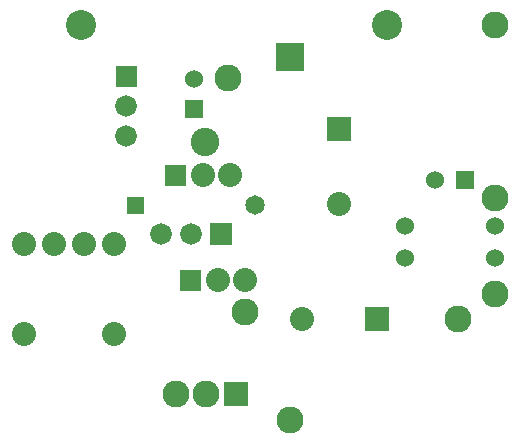
<source format=gtl>
G04 start of page 2 for group 0 idx 0 *
G04 Title: (unknown), top *
G04 Creator: pcb-gtk 20140316 *
G04 CreationDate: Tue 27 Oct 2015 12:33:52 PM GMT UTC *
G04 For: janik *
G04 Format: Gerber/RS-274X *
G04 PCB-Dimensions (mm): 45.72 38.10 *
G04 PCB-Coordinate-Origin: lower left *
%MOMM*%
%FSLAX43Y43*%
%LNGTL*%
%ADD28C,0.762*%
%ADD27C,1.194*%
%ADD26C,1.397*%
%ADD25C,0.889*%
%ADD24C,0.711*%
%ADD23C,1.016*%
%ADD22C,1.067*%
%ADD21C,0.965*%
%ADD20C,1.143*%
%ADD19C,1.270*%
%ADD18C,2.540*%
%ADD17C,1.651*%
%ADD16C,2.032*%
%ADD15C,2.413*%
%ADD14C,2.286*%
%ADD13C,1.829*%
%ADD12C,1.524*%
%ADD11C,0.002*%
G54D11*G36*
X16256Y29210D02*Y27686D01*
X17780D01*
Y29210D01*
X16256D01*
G37*
G54D12*X17018Y30988D03*
G54D11*G36*
X10389Y32156D02*Y30328D01*
X12217D01*
Y32156D01*
X10389D01*
G37*
G54D13*X11303Y28702D03*
Y26162D03*
G54D14*X19939Y31115D03*
G54D11*G36*
X23942Y34080D02*Y31667D01*
X26355D01*
Y34080D01*
X23942D01*
G37*
G54D15*X17964Y25690D03*
G54D14*X42545Y12827D03*
Y20955D03*
G54D12*X34925Y18542D03*
X42545D03*
X34925Y15875D03*
X42545D03*
G54D14*Y35560D03*
G54D11*G36*
X39243Y23241D02*Y21717D01*
X40767D01*
Y23241D01*
X39243D01*
G37*
G54D12*X37465Y22479D03*
G54D11*G36*
X28321Y27813D02*Y25781D01*
X30353D01*
Y27813D01*
X28321D01*
G37*
G54D16*X29337Y20447D03*
G54D14*X39370Y10668D03*
G54D11*G36*
X31496Y11684D02*Y9652D01*
X33528D01*
Y11684D01*
X31496D01*
G37*
G36*
X19558Y5334D02*Y3302D01*
X21590D01*
Y5334D01*
X19558D01*
G37*
G54D14*X18034Y4318D03*
X15494D03*
X25146Y2159D03*
G54D16*X26162Y10668D03*
X10287Y9398D03*
X2667D03*
G54D14*X21336Y11303D03*
G54D11*G36*
X14605Y23749D02*Y21971D01*
X16383D01*
Y23749D01*
X14605D01*
G37*
G54D13*X16764Y17907D03*
X14224D03*
G54D16*X17780Y22860D03*
X20066D03*
X10287Y17018D03*
X7747D03*
X5207D03*
X2667D03*
G54D11*G36*
X15875Y14859D02*Y13081D01*
X17653D01*
Y14859D01*
X15875D01*
G37*
G54D16*X19050Y13970D03*
X21336D03*
G54D11*G36*
X18390Y18821D02*Y16993D01*
X20218D01*
Y18821D01*
X18390D01*
G37*
G36*
X11366Y21018D02*Y19622D01*
X12764D01*
Y21018D01*
X11366D01*
G37*
G54D17*X22225Y20320D03*
G54D18*X33401Y35560D03*
X7493D03*
G54D19*G54D20*G54D21*G54D22*G54D23*G54D20*G54D23*G54D24*G54D23*G54D21*G54D25*G54D23*G54D25*G54D26*G54D19*G54D23*G54D25*G54D23*G54D27*G54D22*G54D23*G54D27*G54D22*G54D28*M02*

</source>
